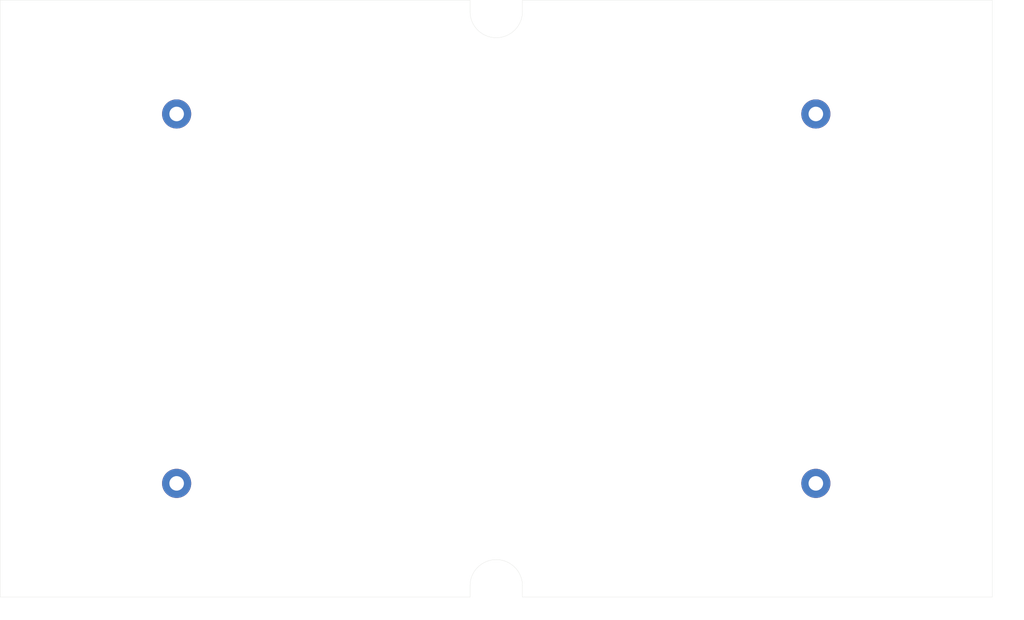
<source format=kicad_pcb>
(kicad_pcb (version 20171130) (host pcbnew "(5.1.4)-1")

  (general
    (thickness 1.6)
    (drawings 14)
    (tracks 0)
    (zones 0)
    (modules 4)
    (nets 1)
  )

  (page A4)
  (layers
    (0 F.Cu signal)
    (31 B.Cu signal)
    (32 B.Adhes user)
    (33 F.Adhes user)
    (34 B.Paste user)
    (35 F.Paste user)
    (36 B.SilkS user)
    (37 F.SilkS user)
    (38 B.Mask user)
    (39 F.Mask user)
    (40 Dwgs.User user)
    (41 Cmts.User user)
    (42 Eco1.User user)
    (43 Eco2.User user)
    (44 Edge.Cuts user)
    (45 Margin user)
    (46 B.CrtYd user)
    (47 F.CrtYd user)
    (48 B.Fab user)
    (49 F.Fab user)
  )

  (setup
    (last_trace_width 0.25)
    (trace_clearance 0.2)
    (zone_clearance 0.508)
    (zone_45_only no)
    (trace_min 0.2)
    (via_size 0.8)
    (via_drill 0.4)
    (via_min_size 0.4)
    (via_min_drill 0.3)
    (uvia_size 0.3)
    (uvia_drill 0.1)
    (uvias_allowed no)
    (uvia_min_size 0.2)
    (uvia_min_drill 0.1)
    (edge_width 0.05)
    (segment_width 0.2)
    (pcb_text_width 0.3)
    (pcb_text_size 1.5 1.5)
    (mod_edge_width 0.12)
    (mod_text_size 1 1)
    (mod_text_width 0.15)
    (pad_size 7 7)
    (pad_drill 3.5)
    (pad_to_mask_clearance 0.051)
    (solder_mask_min_width 0.25)
    (aux_axis_origin 0 0)
    (visible_elements 7FFFFFFF)
    (pcbplotparams
      (layerselection 0x010fc_ffffffff)
      (usegerberextensions false)
      (usegerberattributes false)
      (usegerberadvancedattributes false)
      (creategerberjobfile false)
      (excludeedgelayer true)
      (linewidth 0.100000)
      (plotframeref false)
      (viasonmask false)
      (mode 1)
      (useauxorigin false)
      (hpglpennumber 1)
      (hpglpenspeed 20)
      (hpglpendiameter 15.000000)
      (psnegative false)
      (psa4output false)
      (plotreference true)
      (plotvalue true)
      (plotinvisibletext false)
      (padsonsilk false)
      (subtractmaskfromsilk false)
      (outputformat 1)
      (mirror false)
      (drillshape 1)
      (scaleselection 1)
      (outputdirectory ""))
  )

  (net 0 "")

  (net_class Default "This is the default net class."
    (clearance 0.2)
    (trace_width 0.25)
    (via_dia 0.8)
    (via_drill 0.4)
    (uvia_dia 0.3)
    (uvia_drill 0.1)
  )

  (module MountingHole:MountingHole_3.5mm_Pad (layer F.Cu) (tedit 5D744B08) (tstamp 5D744B55)
    (at 57.4 42.35)
    (descr "Mounting Hole 3.5mm")
    (tags "mounting hole 3.5mm")
    (attr virtual)
    (fp_text reference ~ (at 0 -4.5) (layer F.SilkS) hide
      (effects (font (size 1 1) (thickness 0.15)))
    )
    (fp_text value ~ (at 0 4.5) (layer F.Fab) hide
      (effects (font (size 1 1) (thickness 0.15)))
    )
    (fp_text user %R (at 0.3 0) (layer F.Fab)
      (effects (font (size 1 1) (thickness 0.15)))
    )
    (fp_circle (center 0 0) (end 3.5 0) (layer Cmts.User) (width 0.15))
    (fp_circle (center 0 0) (end 3.75 0) (layer F.CrtYd) (width 0.05))
    (pad ~ thru_hole circle (at 0 0) (size 7 7) (drill 3.5) (layers *.Cu *.Mask))
  )

  (module MountingHole:MountingHole_3.5mm_Pad (layer F.Cu) (tedit 5D744B08) (tstamp 5D744B47)
    (at 57.4 131.25)
    (descr "Mounting Hole 3.5mm")
    (tags "mounting hole 3.5mm")
    (attr virtual)
    (fp_text reference ~ (at 0 -4.5) (layer F.SilkS) hide
      (effects (font (size 1 1) (thickness 0.15)))
    )
    (fp_text value ~ (at 0 4.5) (layer F.Fab) hide
      (effects (font (size 1 1) (thickness 0.15)))
    )
    (fp_circle (center 0 0) (end 3.75 0) (layer F.CrtYd) (width 0.05))
    (fp_circle (center 0 0) (end 3.5 0) (layer Cmts.User) (width 0.15))
    (fp_text user %R (at 0.3 0) (layer F.Fab)
      (effects (font (size 1 1) (thickness 0.15)))
    )
    (pad ~ thru_hole circle (at 0 0) (size 7 7) (drill 3.5) (layers *.Cu *.Mask))
  )

  (module MountingHole:MountingHole_3.5mm_Pad (layer F.Cu) (tedit 5D744B08) (tstamp 5D744B37)
    (at 211.1 42.35)
    (descr "Mounting Hole 3.5mm")
    (tags "mounting hole 3.5mm")
    (attr virtual)
    (fp_text reference ~ (at 0 -4.5) (layer F.SilkS) hide
      (effects (font (size 1 1) (thickness 0.15)))
    )
    (fp_text value ~ (at 0 4.5) (layer F.Fab) hide
      (effects (font (size 1 1) (thickness 0.15)))
    )
    (fp_text user %R (at 0.3 0) (layer F.Fab)
      (effects (font (size 1 1) (thickness 0.15)))
    )
    (fp_circle (center 0 0) (end 3.5 0) (layer Cmts.User) (width 0.15))
    (fp_circle (center 0 0) (end 3.75 0) (layer F.CrtYd) (width 0.05))
    (pad ~ thru_hole circle (at 0 0) (size 7 7) (drill 3.5) (layers *.Cu *.Mask))
  )

  (module MountingHole:MountingHole_3.5mm_Pad (layer F.Cu) (tedit 5D744B08) (tstamp 5D744B1C)
    (at 211.1 131.25)
    (descr "Mounting Hole 3.5mm")
    (tags "mounting hole 3.5mm")
    (attr virtual)
    (fp_text reference ~ (at 0 -4.5) (layer F.SilkS) hide
      (effects (font (size 1 1) (thickness 0.15)))
    )
    (fp_text value ~ (at 0 4.5) (layer F.Fab) hide
      (effects (font (size 1 1) (thickness 0.15)))
    )
    (fp_circle (center 0 0) (end 3.75 0) (layer F.CrtYd) (width 0.05))
    (fp_circle (center 0 0) (end 3.5 0) (layer Cmts.User) (width 0.15))
    (fp_text user %R (at 0.3 0) (layer F.Fab)
      (effects (font (size 1 1) (thickness 0.15)))
    )
    (pad ~ thru_hole circle (at 0 0) (size 7 7) (drill 3.5) (layers *.Cu *.Mask))
  )

  (gr_arc (start 134.25 155.9) (end 140.55 155.9) (angle -180) (layer Edge.Cuts) (width 0.05) (tstamp 5D744ADE))
  (gr_line (start 140.55 158.6) (end 253.5 158.6) (layer Edge.Cuts) (width 0.05) (tstamp 5D744AD9))
  (gr_line (start 127.95 155.9) (end 127.95 158.6) (layer Edge.Cuts) (width 0.05) (tstamp 5D744AC4))
  (gr_line (start 140.55 155.9) (end 140.55 158.6) (layer Edge.Cuts) (width 0.05) (tstamp 5D744AB9))
  (gr_arc (start 134.25 17.7) (end 127.95 17.7) (angle -180) (layer Edge.Cuts) (width 0.05))
  (gr_line (start 140.55 15) (end 253.5 15) (layer Edge.Cuts) (width 0.05) (tstamp 5D744A84))
  (gr_line (start 127.95 15) (end 127.95 17.7) (layer Edge.Cuts) (width 0.05) (tstamp 5D744A6E))
  (gr_line (start 140.55 15) (end 140.55 17.7) (layer Edge.Cuts) (width 0.05))
  (dimension 238.5 (width 0.15) (layer Dwgs.User)
    (gr_text "238,500 mm" (at 134.25 164.8) (layer Dwgs.User)
      (effects (font (size 1 1) (thickness 0.15)))
    )
    (feature1 (pts (xy 15 158.6) (xy 15 164.086421)))
    (feature2 (pts (xy 253.5 158.6) (xy 253.5 164.086421)))
    (crossbar (pts (xy 253.5 163.5) (xy 15 163.5)))
    (arrow1a (pts (xy 15 163.5) (xy 16.126504 162.913579)))
    (arrow1b (pts (xy 15 163.5) (xy 16.126504 164.086421)))
    (arrow2a (pts (xy 253.5 163.5) (xy 252.373496 162.913579)))
    (arrow2b (pts (xy 253.5 163.5) (xy 252.373496 164.086421)))
  )
  (dimension 143.6 (width 0.15) (layer Dwgs.User)
    (gr_text "143,600 mm" (at 259.8 86.8 270) (layer Dwgs.User)
      (effects (font (size 1 1) (thickness 0.15)))
    )
    (feature1 (pts (xy 253.5 158.6) (xy 259.086421 158.6)))
    (feature2 (pts (xy 253.5 15) (xy 259.086421 15)))
    (crossbar (pts (xy 258.5 15) (xy 258.5 158.6)))
    (arrow1a (pts (xy 258.5 158.6) (xy 257.913579 157.473496)))
    (arrow1b (pts (xy 258.5 158.6) (xy 259.086421 157.473496)))
    (arrow2a (pts (xy 258.5 15) (xy 257.913579 16.126504)))
    (arrow2b (pts (xy 258.5 15) (xy 259.086421 16.126504)))
  )
  (gr_line (start 253.5 158.6) (end 253.5 15) (layer Edge.Cuts) (width 0.05) (tstamp 5D7449EB))
  (gr_line (start 15 15) (end 15 158.6) (layer Edge.Cuts) (width 0.05) (tstamp 5D7449E3))
  (gr_line (start 15 158.6) (end 127.95 158.6) (layer Edge.Cuts) (width 0.05) (tstamp 5D7449CB))
  (gr_line (start 15 15) (end 127.95 15) (layer Edge.Cuts) (width 0.05))

)

</source>
